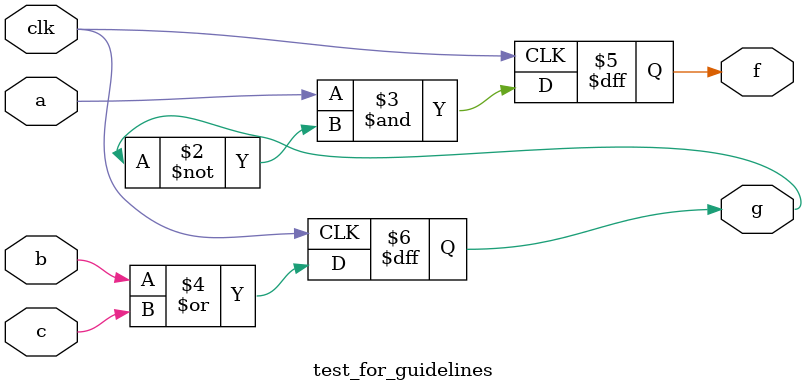
<source format=v>
`timescale 1ns / 1ps


module test_for_guidelines(
    input a,b,c,
    input clk,
    output  reg f,g
    );
    
//    reg f_next, f_reg, g_next, g_reg;
    
//     always @(posedge clk)
//     begin
//        f_reg <= f_next;
//        g_reg <= g_next; 
//    end
    
//    // Next State Logic
    
//    always @(a,b,c,g_reg)
//    begin
//        f_next = a & ~g_reg;
//        g_next = b | c;
//    end
    
//    // Output Logic
//    assign  f = f_reg;
//    assign  g = g_reg;

//          OR

    always @(posedge clk)
    begin
        f <= a & ~g;
        g <= b | c;
    end
endmodule


</source>
